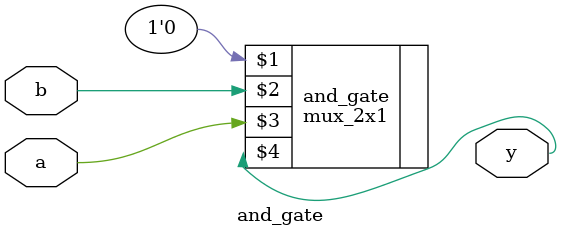
<source format=v>
module and_gate(
	input a, b,
	output y
);

mux_2x1 and_gate (1'b0, b, a, y);

endmodule

</source>
